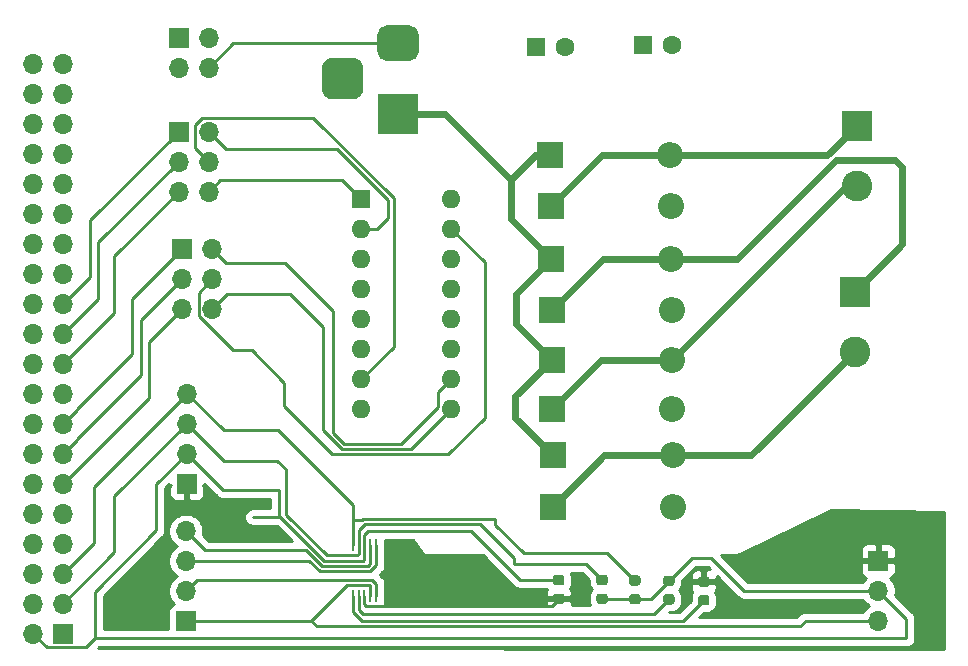
<source format=gbr>
%TF.GenerationSoftware,KiCad,Pcbnew,(5.1.6)-1*%
%TF.CreationDate,2021-05-14T11:39:53+02:00*%
%TF.ProjectId,nano1,6e616e6f-312e-46b6-9963-61645f706362,rev?*%
%TF.SameCoordinates,Original*%
%TF.FileFunction,Copper,L1,Top*%
%TF.FilePolarity,Positive*%
%FSLAX46Y46*%
G04 Gerber Fmt 4.6, Leading zero omitted, Abs format (unit mm)*
G04 Created by KiCad (PCBNEW (5.1.6)-1) date 2021-05-14 11:39:53*
%MOMM*%
%LPD*%
G01*
G04 APERTURE LIST*
%TA.AperFunction,ComponentPad*%
%ADD10O,1.700000X1.700000*%
%TD*%
%TA.AperFunction,ComponentPad*%
%ADD11R,1.700000X1.700000*%
%TD*%
%TA.AperFunction,SMDPad,CuDef*%
%ADD12R,0.250000X1.100000*%
%TD*%
%TA.AperFunction,ComponentPad*%
%ADD13C,2.600000*%
%TD*%
%TA.AperFunction,ComponentPad*%
%ADD14R,2.600000X2.600000*%
%TD*%
%TA.AperFunction,ComponentPad*%
%ADD15R,3.500000X3.500000*%
%TD*%
%TA.AperFunction,ComponentPad*%
%ADD16R,1.600000X1.600000*%
%TD*%
%TA.AperFunction,ComponentPad*%
%ADD17C,1.600000*%
%TD*%
%TA.AperFunction,ComponentPad*%
%ADD18R,2.200000X2.200000*%
%TD*%
%TA.AperFunction,ComponentPad*%
%ADD19O,2.200000X2.200000*%
%TD*%
%TA.AperFunction,ComponentPad*%
%ADD20O,1.600000X1.600000*%
%TD*%
%TA.AperFunction,ViaPad*%
%ADD21C,0.800000*%
%TD*%
%TA.AperFunction,Conductor*%
%ADD22C,0.250000*%
%TD*%
%TA.AperFunction,Conductor*%
%ADD23C,0.600000*%
%TD*%
%TA.AperFunction,Conductor*%
%ADD24C,0.254000*%
%TD*%
G04 APERTURE END LIST*
D10*
%TO.P,J10,4*%
%TO.N,/AIN3*%
X112100360Y-86476840D03*
%TO.P,J10,3*%
%TO.N,/AIN2*%
X112100360Y-89016840D03*
%TO.P,J10,2*%
%TO.N,/AIN1*%
X112100360Y-91556840D03*
D11*
%TO.P,J10,1*%
%TO.N,/AIN0*%
X112100360Y-94096840D03*
%TD*%
D10*
%TO.P,J9,3*%
%TO.N,/AIN0*%
X170703240Y-94066360D03*
%TO.P,J9,2*%
%TO.N,VCC*%
X170703240Y-91526360D03*
D11*
%TO.P,J9,1*%
%TO.N,GND*%
X170703240Y-88986360D03*
%TD*%
D12*
%TO.P,U2,10*%
%TO.N,/SCL*%
X126213360Y-87633920D03*
%TO.P,U2,9*%
%TO.N,/SDA*%
X126713360Y-87633920D03*
%TO.P,U2,8*%
%TO.N,VCC*%
X127213360Y-87633920D03*
%TO.P,U2,7*%
%TO.N,/AIN3*%
X127713360Y-87633920D03*
%TO.P,U2,6*%
%TO.N,/AIN2*%
X128213360Y-87633920D03*
%TO.P,U2,5*%
%TO.N,/AIN1*%
X128213360Y-91933920D03*
%TO.P,U2,4*%
%TO.N,/AIN0*%
X127713360Y-91933920D03*
%TO.P,U2,3*%
%TO.N,GND*%
X127213360Y-91933920D03*
%TO.P,U2,2*%
%TO.N,/ALERT*%
X126713360Y-91933920D03*
%TO.P,U2,1*%
%TO.N,/ADDR*%
X126213360Y-91933920D03*
%TD*%
%TO.P,C3,2*%
%TO.N,GND*%
%TA.AperFunction,SMDPad,CuDef*%
G36*
G01*
X143406150Y-91764600D02*
X143918650Y-91764600D01*
G75*
G02*
X144137400Y-91983350I0J-218750D01*
G01*
X144137400Y-92420850D01*
G75*
G02*
X143918650Y-92639600I-218750J0D01*
G01*
X143406150Y-92639600D01*
G75*
G02*
X143187400Y-92420850I0J218750D01*
G01*
X143187400Y-91983350D01*
G75*
G02*
X143406150Y-91764600I218750J0D01*
G01*
G37*
%TD.AperFunction*%
%TO.P,C3,1*%
%TO.N,VCC*%
%TA.AperFunction,SMDPad,CuDef*%
G36*
G01*
X143406150Y-90189600D02*
X143918650Y-90189600D01*
G75*
G02*
X144137400Y-90408350I0J-218750D01*
G01*
X144137400Y-90845850D01*
G75*
G02*
X143918650Y-91064600I-218750J0D01*
G01*
X143406150Y-91064600D01*
G75*
G02*
X143187400Y-90845850I0J218750D01*
G01*
X143187400Y-90408350D01*
G75*
G02*
X143406150Y-90189600I218750J0D01*
G01*
G37*
%TD.AperFunction*%
%TD*%
%TO.P,R3,2*%
%TO.N,/ADDR*%
%TA.AperFunction,SMDPad,CuDef*%
G36*
G01*
X155684510Y-91901760D02*
X156197010Y-91901760D01*
G75*
G02*
X156415760Y-92120510I0J-218750D01*
G01*
X156415760Y-92558010D01*
G75*
G02*
X156197010Y-92776760I-218750J0D01*
G01*
X155684510Y-92776760D01*
G75*
G02*
X155465760Y-92558010I0J218750D01*
G01*
X155465760Y-92120510D01*
G75*
G02*
X155684510Y-91901760I218750J0D01*
G01*
G37*
%TD.AperFunction*%
%TO.P,R3,1*%
%TO.N,GND*%
%TA.AperFunction,SMDPad,CuDef*%
G36*
G01*
X155684510Y-90326760D02*
X156197010Y-90326760D01*
G75*
G02*
X156415760Y-90545510I0J-218750D01*
G01*
X156415760Y-90983010D01*
G75*
G02*
X156197010Y-91201760I-218750J0D01*
G01*
X155684510Y-91201760D01*
G75*
G02*
X155465760Y-90983010I0J218750D01*
G01*
X155465760Y-90545510D01*
G75*
G02*
X155684510Y-90326760I218750J0D01*
G01*
G37*
%TD.AperFunction*%
%TD*%
%TO.P,R2,2*%
%TO.N,/SDA*%
%TA.AperFunction,SMDPad,CuDef*%
G36*
G01*
X147591490Y-91064600D02*
X147078990Y-91064600D01*
G75*
G02*
X146860240Y-90845850I0J218750D01*
G01*
X146860240Y-90408350D01*
G75*
G02*
X147078990Y-90189600I218750J0D01*
G01*
X147591490Y-90189600D01*
G75*
G02*
X147810240Y-90408350I0J-218750D01*
G01*
X147810240Y-90845850D01*
G75*
G02*
X147591490Y-91064600I-218750J0D01*
G01*
G37*
%TD.AperFunction*%
%TO.P,R2,1*%
%TO.N,VCC*%
%TA.AperFunction,SMDPad,CuDef*%
G36*
G01*
X147591490Y-92639600D02*
X147078990Y-92639600D01*
G75*
G02*
X146860240Y-92420850I0J218750D01*
G01*
X146860240Y-91983350D01*
G75*
G02*
X147078990Y-91764600I218750J0D01*
G01*
X147591490Y-91764600D01*
G75*
G02*
X147810240Y-91983350I0J-218750D01*
G01*
X147810240Y-92420850D01*
G75*
G02*
X147591490Y-92639600I-218750J0D01*
G01*
G37*
%TD.AperFunction*%
%TD*%
%TO.P,R1,2*%
%TO.N,/SCL*%
%TA.AperFunction,SMDPad,CuDef*%
G36*
G01*
X150370250Y-91105240D02*
X149857750Y-91105240D01*
G75*
G02*
X149639000Y-90886490I0J218750D01*
G01*
X149639000Y-90448990D01*
G75*
G02*
X149857750Y-90230240I218750J0D01*
G01*
X150370250Y-90230240D01*
G75*
G02*
X150589000Y-90448990I0J-218750D01*
G01*
X150589000Y-90886490D01*
G75*
G02*
X150370250Y-91105240I-218750J0D01*
G01*
G37*
%TD.AperFunction*%
%TO.P,R1,1*%
%TO.N,VCC*%
%TA.AperFunction,SMDPad,CuDef*%
G36*
G01*
X150370250Y-92680240D02*
X149857750Y-92680240D01*
G75*
G02*
X149639000Y-92461490I0J218750D01*
G01*
X149639000Y-92023990D01*
G75*
G02*
X149857750Y-91805240I218750J0D01*
G01*
X150370250Y-91805240D01*
G75*
G02*
X150589000Y-92023990I0J-218750D01*
G01*
X150589000Y-92461490D01*
G75*
G02*
X150370250Y-92680240I-218750J0D01*
G01*
G37*
%TD.AperFunction*%
%TD*%
%TO.P,R4,2*%
%TO.N,/ALERT*%
%TA.AperFunction,SMDPad,CuDef*%
G36*
G01*
X152738110Y-91825560D02*
X153250610Y-91825560D01*
G75*
G02*
X153469360Y-92044310I0J-218750D01*
G01*
X153469360Y-92481810D01*
G75*
G02*
X153250610Y-92700560I-218750J0D01*
G01*
X152738110Y-92700560D01*
G75*
G02*
X152519360Y-92481810I0J218750D01*
G01*
X152519360Y-92044310D01*
G75*
G02*
X152738110Y-91825560I218750J0D01*
G01*
G37*
%TD.AperFunction*%
%TO.P,R4,1*%
%TO.N,VCC*%
%TA.AperFunction,SMDPad,CuDef*%
G36*
G01*
X152738110Y-90250560D02*
X153250610Y-90250560D01*
G75*
G02*
X153469360Y-90469310I0J-218750D01*
G01*
X153469360Y-90906810D01*
G75*
G02*
X153250610Y-91125560I-218750J0D01*
G01*
X152738110Y-91125560D01*
G75*
G02*
X152519360Y-90906810I0J218750D01*
G01*
X152519360Y-90469310D01*
G75*
G02*
X152738110Y-90250560I218750J0D01*
G01*
G37*
%TD.AperFunction*%
%TD*%
D10*
%TO.P,J3,6*%
%TO.N,Net-(J3-Pad6)*%
X114345720Y-67670680D03*
%TO.P,J3,5*%
%TO.N,Net-(J1-Pad11)*%
X111805720Y-67670680D03*
%TO.P,J3,4*%
%TO.N,Net-(J3-Pad4)*%
X114345720Y-65130680D03*
%TO.P,J3,3*%
%TO.N,Net-(J1-Pad13)*%
X111805720Y-65130680D03*
%TO.P,J3,2*%
%TO.N,Net-(J3-Pad2)*%
X114345720Y-62590680D03*
D11*
%TO.P,J3,1*%
%TO.N,Net-(J1-Pad15)*%
X111805720Y-62590680D03*
%TD*%
D10*
%TO.P,J1,40*%
%TO.N,Net-(J1-Pad40)*%
X99161600Y-46893480D03*
%TO.P,J1,39*%
%TO.N,Net-(J1-Pad39)*%
X101701600Y-46893480D03*
%TO.P,J1,38*%
%TO.N,Net-(J1-Pad38)*%
X99161600Y-49433480D03*
%TO.P,J1,37*%
%TO.N,Net-(J1-Pad37)*%
X101701600Y-49433480D03*
%TO.P,J1,36*%
%TO.N,Net-(J1-Pad36)*%
X99161600Y-51973480D03*
%TO.P,J1,35*%
%TO.N,Net-(J1-Pad35)*%
X101701600Y-51973480D03*
%TO.P,J1,34*%
%TO.N,Net-(J1-Pad34)*%
X99161600Y-54513480D03*
%TO.P,J1,33*%
%TO.N,Net-(J1-Pad33)*%
X101701600Y-54513480D03*
%TO.P,J1,32*%
%TO.N,Net-(J1-Pad32)*%
X99161600Y-57053480D03*
%TO.P,J1,31*%
%TO.N,Net-(J1-Pad31)*%
X101701600Y-57053480D03*
%TO.P,J1,30*%
%TO.N,Net-(J1-Pad30)*%
X99161600Y-59593480D03*
%TO.P,J1,29*%
%TO.N,Net-(J1-Pad29)*%
X101701600Y-59593480D03*
%TO.P,J1,28*%
%TO.N,Net-(J1-Pad28)*%
X99161600Y-62133480D03*
%TO.P,J1,27*%
%TO.N,Net-(J1-Pad27)*%
X101701600Y-62133480D03*
%TO.P,J1,26*%
%TO.N,Net-(J1-Pad26)*%
X99161600Y-64673480D03*
%TO.P,J1,25*%
%TO.N,Net-(J1-Pad25)*%
X101701600Y-64673480D03*
%TO.P,J1,24*%
%TO.N,Net-(J1-Pad24)*%
X99161600Y-67213480D03*
%TO.P,J1,23*%
%TO.N,Net-(J1-Pad23)*%
X101701600Y-67213480D03*
%TO.P,J1,22*%
%TO.N,Net-(J1-Pad22)*%
X99161600Y-69753480D03*
%TO.P,J1,21*%
%TO.N,Net-(J1-Pad21)*%
X101701600Y-69753480D03*
%TO.P,J1,20*%
%TO.N,Net-(J1-Pad20)*%
X99161600Y-72293480D03*
%TO.P,J1,19*%
%TO.N,Net-(J1-Pad19)*%
X101701600Y-72293480D03*
%TO.P,J1,18*%
%TO.N,Net-(J1-Pad18)*%
X99161600Y-74833480D03*
%TO.P,J1,17*%
%TO.N,Net-(J1-Pad17)*%
X101701600Y-74833480D03*
%TO.P,J1,16*%
%TO.N,Net-(J1-Pad16)*%
X99161600Y-77373480D03*
%TO.P,J1,15*%
%TO.N,Net-(J1-Pad15)*%
X101701600Y-77373480D03*
%TO.P,J1,14*%
%TO.N,Net-(J1-Pad14)*%
X99161600Y-79913480D03*
%TO.P,J1,13*%
%TO.N,Net-(J1-Pad13)*%
X101701600Y-79913480D03*
%TO.P,J1,12*%
%TO.N,Net-(J1-Pad12)*%
X99161600Y-82453480D03*
%TO.P,J1,11*%
%TO.N,Net-(J1-Pad11)*%
X101701600Y-82453480D03*
%TO.P,J1,10*%
%TO.N,Net-(J1-Pad10)*%
X99161600Y-84993480D03*
%TO.P,J1,9*%
%TO.N,Net-(J1-Pad9)*%
X101701600Y-84993480D03*
%TO.P,J1,8*%
%TO.N,Net-(J1-Pad8)*%
X99161600Y-87533480D03*
%TO.P,J1,7*%
%TO.N,Net-(J1-Pad7)*%
X101701600Y-87533480D03*
%TO.P,J1,6*%
%TO.N,Net-(J1-Pad6)*%
X99161600Y-90073480D03*
%TO.P,J1,5*%
%TO.N,/SCL*%
X101701600Y-90073480D03*
%TO.P,J1,4*%
%TO.N,Net-(J1-Pad4)*%
X99161600Y-92613480D03*
%TO.P,J1,3*%
%TO.N,/SDA*%
X101701600Y-92613480D03*
%TO.P,J1,2*%
%TO.N,VCC*%
X99161600Y-95153480D03*
D11*
%TO.P,J1,1*%
%TO.N,Net-(J1-Pad1)*%
X101701600Y-95153480D03*
%TD*%
D13*
%TO.P,J7,2*%
%TO.N,Net-(D7-Pad2)*%
X168711880Y-71292720D03*
D14*
%TO.P,J7,1*%
%TO.N,Net-(D3-Pad2)*%
X168711880Y-66212720D03*
%TD*%
D13*
%TO.P,J6,2*%
%TO.N,Net-(D5-Pad2)*%
X168935400Y-57221120D03*
D14*
%TO.P,J6,1*%
%TO.N,Net-(D1-Pad2)*%
X168935400Y-52141120D03*
%TD*%
D10*
%TO.P,J8,4*%
%TO.N,/SCL*%
X112181640Y-74843640D03*
%TO.P,J8,3*%
%TO.N,/SDA*%
X112181640Y-77383640D03*
%TO.P,J8,2*%
%TO.N,VCC*%
X112181640Y-79923640D03*
D11*
%TO.P,J8,1*%
%TO.N,GND*%
X112181640Y-82463640D03*
%TD*%
%TO.P,J5,3*%
%TO.N,N/C*%
%TA.AperFunction,ComponentPad*%
G36*
G01*
X124488240Y-46420840D02*
X126238240Y-46420840D01*
G75*
G02*
X127113240Y-47295840I0J-875000D01*
G01*
X127113240Y-49045840D01*
G75*
G02*
X126238240Y-49920840I-875000J0D01*
G01*
X124488240Y-49920840D01*
G75*
G02*
X123613240Y-49045840I0J875000D01*
G01*
X123613240Y-47295840D01*
G75*
G02*
X124488240Y-46420840I875000J0D01*
G01*
G37*
%TD.AperFunction*%
%TO.P,J5,2*%
%TO.N,GND*%
%TA.AperFunction,ComponentPad*%
G36*
G01*
X129063240Y-43670840D02*
X131063240Y-43670840D01*
G75*
G02*
X131813240Y-44420840I0J-750000D01*
G01*
X131813240Y-45920840D01*
G75*
G02*
X131063240Y-46670840I-750000J0D01*
G01*
X129063240Y-46670840D01*
G75*
G02*
X128313240Y-45920840I0J750000D01*
G01*
X128313240Y-44420840D01*
G75*
G02*
X129063240Y-43670840I750000J0D01*
G01*
G37*
%TD.AperFunction*%
D15*
%TO.P,J5,1*%
%TO.N,Net-(C1-Pad1)*%
X130063240Y-51170840D03*
%TD*%
D16*
%TO.P,C2,1*%
%TO.N,Net-(C2-Pad1)*%
X150779480Y-45354240D03*
D17*
%TO.P,C2,2*%
%TO.N,GND*%
X153279480Y-45354240D03*
%TD*%
D18*
%TO.P,D8,1*%
%TO.N,Net-(D7-Pad2)*%
X143154400Y-84419440D03*
D19*
%TO.P,D8,2*%
%TO.N,GND*%
X153314400Y-84419440D03*
%TD*%
D18*
%TO.P,D7,1*%
%TO.N,Net-(C1-Pad1)*%
X143154400Y-80070960D03*
D19*
%TO.P,D7,2*%
%TO.N,Net-(D7-Pad2)*%
X153314400Y-80070960D03*
%TD*%
D18*
%TO.P,D6,1*%
%TO.N,Net-(D5-Pad2)*%
X143068040Y-76154280D03*
D19*
%TO.P,D6,2*%
%TO.N,GND*%
X153228040Y-76154280D03*
%TD*%
D18*
%TO.P,D5,1*%
%TO.N,Net-(C1-Pad1)*%
X143068040Y-71978520D03*
D19*
%TO.P,D5,2*%
%TO.N,Net-(D5-Pad2)*%
X153228040Y-71978520D03*
%TD*%
D18*
%TO.P,D4,1*%
%TO.N,Net-(D3-Pad2)*%
X143068040Y-67802760D03*
D19*
%TO.P,D4,2*%
%TO.N,GND*%
X153228040Y-67802760D03*
%TD*%
D18*
%TO.P,D3,1*%
%TO.N,Net-(C1-Pad1)*%
X142981680Y-63454280D03*
D19*
%TO.P,D3,2*%
%TO.N,Net-(D3-Pad2)*%
X153141680Y-63454280D03*
%TD*%
D18*
%TO.P,D2,1*%
%TO.N,Net-(D1-Pad2)*%
X143012160Y-58978800D03*
D19*
%TO.P,D2,2*%
%TO.N,GND*%
X153172160Y-58978800D03*
%TD*%
D18*
%TO.P,D1,1*%
%TO.N,Net-(C1-Pad1)*%
X142956280Y-54665880D03*
D19*
%TO.P,D1,2*%
%TO.N,Net-(D1-Pad2)*%
X153116280Y-54665880D03*
%TD*%
D16*
%TO.P,C1,1*%
%TO.N,Net-(C1-Pad1)*%
X141721840Y-45501560D03*
D17*
%TO.P,C1,2*%
%TO.N,GND*%
X144221840Y-45501560D03*
%TD*%
D20*
%TO.P,U1,16*%
%TO.N,Net-(C2-Pad1)*%
X134574280Y-58364120D03*
%TO.P,U1,8*%
%TO.N,Net-(C1-Pad1)*%
X126954280Y-76144120D03*
%TO.P,U1,15*%
%TO.N,Net-(J3-Pad4)*%
X134574280Y-60904120D03*
%TO.P,U1,7*%
%TO.N,Net-(J2-Pad4)*%
X126954280Y-73604120D03*
%TO.P,U1,14*%
%TO.N,Net-(D7-Pad2)*%
X134574280Y-63444120D03*
%TO.P,U1,6*%
%TO.N,Net-(D5-Pad2)*%
X126954280Y-71064120D03*
%TO.P,U1,13*%
%TO.N,GND*%
X134574280Y-65984120D03*
%TO.P,U1,5*%
X126954280Y-68524120D03*
%TO.P,U1,12*%
X134574280Y-68524120D03*
%TO.P,U1,4*%
X126954280Y-65984120D03*
%TO.P,U1,11*%
%TO.N,Net-(D3-Pad2)*%
X134574280Y-71064120D03*
%TO.P,U1,3*%
%TO.N,Net-(D1-Pad2)*%
X126954280Y-63444120D03*
%TO.P,U1,10*%
%TO.N,Net-(J3-Pad2)*%
X134574280Y-73604120D03*
%TO.P,U1,2*%
%TO.N,Net-(J2-Pad2)*%
X126954280Y-60904120D03*
%TO.P,U1,9*%
%TO.N,Net-(J3-Pad6)*%
X134574280Y-76144120D03*
D16*
%TO.P,U1,1*%
%TO.N,Net-(J2-Pad6)*%
X126954280Y-58364120D03*
%TD*%
D10*
%TO.P,J4,4*%
%TO.N,GND*%
X114020600Y-47259240D03*
%TO.P,J4,3*%
%TO.N,Net-(J4-Pad3)*%
X111480600Y-47259240D03*
%TO.P,J4,2*%
%TO.N,Net-(C2-Pad1)*%
X114020600Y-44719240D03*
D11*
%TO.P,J4,1*%
%TO.N,Net-(J1-Pad4)*%
X111480600Y-44719240D03*
%TD*%
D10*
%TO.P,J2,6*%
%TO.N,Net-(J2-Pad6)*%
X114020600Y-57734200D03*
%TO.P,J2,5*%
%TO.N,Net-(J1-Pad19)*%
X111480600Y-57734200D03*
%TO.P,J2,4*%
%TO.N,Net-(J2-Pad4)*%
X114020600Y-55194200D03*
%TO.P,J2,3*%
%TO.N,Net-(J1-Pad21)*%
X111480600Y-55194200D03*
%TO.P,J2,2*%
%TO.N,Net-(J2-Pad2)*%
X114020600Y-52654200D03*
D11*
%TO.P,J2,1*%
%TO.N,Net-(J1-Pad23)*%
X111480600Y-52654200D03*
%TD*%
D21*
%TO.N,GND*%
X116626640Y-86669880D03*
X131582160Y-90678000D03*
X163748720Y-88463120D03*
X157911800Y-92547440D03*
%TD*%
D22*
%TO.N,Net-(J1-Pad23)*%
X101701600Y-67213480D02*
X103626920Y-65288160D01*
X103626920Y-65288160D02*
X103637080Y-65288160D01*
X103637080Y-65288160D02*
X103957120Y-64968120D01*
X103957120Y-60177680D02*
X111480600Y-52654200D01*
X103957120Y-64968120D02*
X103957120Y-60177680D01*
%TO.N,Net-(J1-Pad21)*%
X101701600Y-69753480D02*
X104637840Y-66817240D01*
X104637840Y-62036960D02*
X111480600Y-55194200D01*
X104637840Y-66817240D02*
X104637840Y-62036960D01*
%TO.N,Net-(J1-Pad19)*%
X101701600Y-72293480D02*
X106019600Y-67975480D01*
X106019600Y-63195200D02*
X111480600Y-57734200D01*
X106019600Y-67975480D02*
X106019600Y-63195200D01*
%TO.N,Net-(J1-Pad15)*%
X102876601Y-76198479D02*
X102876601Y-76178159D01*
X101701600Y-77373480D02*
X102876601Y-76198479D01*
X102876601Y-76178159D02*
X107528360Y-71526400D01*
X107528360Y-66868040D02*
X111805720Y-62590680D01*
X107528360Y-71526400D02*
X107528360Y-66868040D01*
%TO.N,Net-(J1-Pad13)*%
X102876601Y-78738479D02*
X102876601Y-78707999D01*
X101701600Y-79913480D02*
X102876601Y-78738479D01*
X102876601Y-78707999D02*
X108290360Y-73294240D01*
X108290360Y-68646040D02*
X111805720Y-65130680D01*
X108290360Y-73294240D02*
X108290360Y-68646040D01*
%TO.N,Net-(J1-Pad11)*%
X101701600Y-82453480D02*
X108966000Y-75189080D01*
X108966000Y-70510400D02*
X111805720Y-67670680D01*
X108966000Y-75189080D02*
X108966000Y-70510400D01*
%TO.N,Net-(J2-Pad6)*%
X125352881Y-56762721D02*
X126954280Y-58364120D01*
X114992079Y-56762721D02*
X125352881Y-56762721D01*
X114020600Y-57734200D02*
X114992079Y-56762721D01*
%TO.N,Net-(J2-Pad4)*%
X129675050Y-70883350D02*
X126954280Y-73604120D01*
X122890771Y-51479199D02*
X129675050Y-58263478D01*
X113456599Y-51479199D02*
X122890771Y-51479199D01*
X112845599Y-52090199D02*
X113456599Y-51479199D01*
X129675050Y-58263478D02*
X129675050Y-70883350D01*
X112845599Y-54019199D02*
X112845599Y-52090199D01*
X114020600Y-55194200D02*
X112845599Y-54019199D01*
%TO.N,Net-(J2-Pad2)*%
X124887903Y-54112741D02*
X129225040Y-58449878D01*
X114020600Y-52654200D02*
X115479141Y-54112741D01*
X115479141Y-54112741D02*
X124887903Y-54112741D01*
X129225040Y-58449878D02*
X129225040Y-59994800D01*
X128315720Y-60904120D02*
X126954280Y-60904120D01*
X129225040Y-59994800D02*
X128315720Y-60904120D01*
%TO.N,Net-(J3-Pad6)*%
X120938004Y-66424881D02*
X123687840Y-69174717D01*
X114345720Y-67670680D02*
X115591519Y-66424881D01*
X115591519Y-66424881D02*
X120938004Y-66424881D01*
X131193110Y-79525290D02*
X134574280Y-76144120D01*
X125279440Y-79525290D02*
X131193110Y-79525290D01*
X123687840Y-77933690D02*
X125279440Y-79525290D01*
X123687840Y-69174717D02*
X123687840Y-77933690D01*
%TO.N,Net-(J3-Pad4)*%
X113170719Y-68234681D02*
X116086518Y-71150480D01*
X114345720Y-65130680D02*
X113170719Y-66305681D01*
X113170719Y-66305681D02*
X113170719Y-68234681D01*
X116086518Y-71150480D02*
X117652399Y-71150480D01*
X120417061Y-73915142D02*
X120417061Y-75926421D01*
X117652399Y-71150480D02*
X120417061Y-73915142D01*
X124465940Y-79975300D02*
X134273700Y-79975300D01*
X120417061Y-75926421D02*
X124465940Y-79975300D01*
X134273700Y-79975300D02*
X137383520Y-76865480D01*
X137383520Y-63713360D02*
X134574280Y-60904120D01*
X137383520Y-76865480D02*
X137383520Y-63713360D01*
%TO.N,Net-(J3-Pad2)*%
X120516596Y-63774901D02*
X124546360Y-67804665D01*
X114345720Y-62590680D02*
X115529941Y-63774901D01*
X115529941Y-63774901D02*
X120516596Y-63774901D01*
X124546360Y-67804665D02*
X124546360Y-77231240D01*
X124584241Y-77269121D02*
X124584241Y-78193681D01*
X124546360Y-77231240D02*
X124584241Y-77269121D01*
X124584241Y-78193681D02*
X125465840Y-79075280D01*
X133449279Y-74729121D02*
X134574280Y-73604120D01*
X133449279Y-75943241D02*
X133449279Y-74729121D01*
X130317240Y-79075280D02*
X133449279Y-75943241D01*
X125465840Y-79075280D02*
X130317240Y-79075280D01*
%TO.N,GND*%
X114424679Y-47663319D02*
X114020600Y-47259240D01*
X127213360Y-92693922D02*
X127328359Y-92808921D01*
X143055579Y-92808921D02*
X143662400Y-92202100D01*
X127328359Y-92808921D02*
X143055579Y-92808921D01*
X127213360Y-91933920D02*
X127213360Y-92693922D01*
X116109000Y-45170840D02*
X130063240Y-45170840D01*
X114020600Y-47259240D02*
X116109000Y-45170840D01*
%TO.N,Net-(C1-Pad1)*%
X141391120Y-45170840D02*
X141721840Y-45501560D01*
D23*
X142956280Y-54665880D02*
X141691360Y-54665880D01*
X141691360Y-54665880D02*
X139618720Y-56738520D01*
X139618720Y-60091320D02*
X142981680Y-63454280D01*
X139618720Y-56738520D02*
X139618720Y-60091320D01*
X142981680Y-63454280D02*
X140035280Y-66400680D01*
X140035280Y-68945760D02*
X143068040Y-71978520D01*
X140035280Y-66400680D02*
X140035280Y-68945760D01*
X143068040Y-71978520D02*
X139999720Y-75046840D01*
X139999720Y-76916280D02*
X143154400Y-80070960D01*
X139999720Y-75046840D02*
X139999720Y-76916280D01*
X134051040Y-51170840D02*
X139618720Y-56738520D01*
X130063240Y-51170840D02*
X134051040Y-51170840D01*
%TO.N,Net-(D1-Pad2)*%
X147325080Y-54665880D02*
X143012160Y-58978800D01*
X153116280Y-54665880D02*
X147325080Y-54665880D01*
X166410640Y-54665880D02*
X168935400Y-52141120D01*
X153116280Y-54665880D02*
X166410640Y-54665880D01*
%TO.N,Net-(D3-Pad2)*%
X147416520Y-63454280D02*
X143068040Y-67802760D01*
X153141680Y-63454280D02*
X147416520Y-63454280D01*
X172725080Y-62199520D02*
X168711880Y-66212720D01*
X158753624Y-63454280D02*
X167120384Y-55087520D01*
X172725080Y-55661560D02*
X172725080Y-62199520D01*
X153141680Y-63454280D02*
X158753624Y-63454280D01*
X167120384Y-55087520D02*
X172151040Y-55087520D01*
X172151040Y-55087520D02*
X172725080Y-55661560D01*
D22*
%TO.N,Net-(D5-Pad2)*%
X168065440Y-57141120D02*
X168935400Y-57141120D01*
D23*
X147243800Y-71978520D02*
X143068040Y-76154280D01*
X153228040Y-71978520D02*
X147243800Y-71978520D01*
X167985440Y-57221120D02*
X168935400Y-57221120D01*
X153228040Y-71978520D02*
X167985440Y-57221120D01*
%TO.N,Net-(D7-Pad2)*%
X147502880Y-80070960D02*
X143154400Y-84419440D01*
X153314400Y-80070960D02*
X147502880Y-80070960D01*
X159933640Y-80070960D02*
X168711880Y-71292720D01*
X153314400Y-80070960D02*
X159933640Y-80070960D01*
D22*
%TO.N,VCC*%
X99161600Y-95153480D02*
X99700080Y-95691960D01*
X150073360Y-92202100D02*
X150114000Y-92242740D01*
X147335240Y-92202100D02*
X150073360Y-92202100D01*
X151439680Y-92242740D02*
X152994360Y-90688060D01*
X150114000Y-92242740D02*
X151439680Y-92242740D01*
X170703240Y-91526360D02*
X159349440Y-91526360D01*
X159349440Y-91526360D02*
X156575760Y-88752680D01*
X154929740Y-88752680D02*
X152994360Y-90688060D01*
X156575760Y-88752680D02*
X154929740Y-88752680D01*
X119996271Y-83022621D02*
X115280621Y-83022621D01*
X127213360Y-87633920D02*
X127213360Y-88905080D01*
X127213360Y-88905080D02*
X127129968Y-88988472D01*
X127129968Y-88988472D02*
X123804532Y-88988472D01*
X115280621Y-83022621D02*
X112181640Y-79923640D01*
X123804532Y-88988472D02*
X119996271Y-85180211D01*
X119996271Y-85180211D02*
X119996271Y-83022621D01*
X100336601Y-96328481D02*
X99161600Y-95153480D01*
X103614241Y-96328481D02*
X100336601Y-96328481D01*
X170703240Y-91526360D02*
X173085760Y-93908880D01*
X173085760Y-93908880D02*
X173085760Y-95554800D01*
X104387922Y-95554800D02*
X103614241Y-96328481D01*
X173085760Y-95554800D02*
X104387922Y-95554800D01*
X119878302Y-85298180D02*
X119996271Y-85180211D01*
X117779800Y-85298180D02*
X119878302Y-85298180D01*
X104387922Y-95554800D02*
X104387922Y-91628958D01*
X104387922Y-91628958D02*
X109595920Y-86420960D01*
X109595920Y-82509360D02*
X112181640Y-79923640D01*
X109595920Y-86420960D02*
X109595920Y-82509360D01*
X127213360Y-87633920D02*
X127213360Y-86776560D01*
X127213360Y-86776560D02*
X127513080Y-86476840D01*
X127513080Y-86476840D02*
X136245600Y-86476840D01*
X140395860Y-90627100D02*
X143662400Y-90627100D01*
X136245600Y-86476840D02*
X140395860Y-90627100D01*
%TO.N,/SCL*%
X127121920Y-85455760D02*
X138304230Y-85455760D01*
X126213360Y-87633920D02*
X126213360Y-86697510D01*
X147777300Y-88331040D02*
X150114000Y-90667740D01*
X140705840Y-88331040D02*
X147777300Y-88331040D01*
X119862382Y-77960464D02*
X126213360Y-84311442D01*
X115298464Y-77960464D02*
X119862382Y-77960464D01*
X112181640Y-74843640D02*
X115298464Y-77960464D01*
X101701600Y-90073480D02*
X104312720Y-87462360D01*
X104312720Y-82712560D02*
X112181640Y-74843640D01*
X104312720Y-87462360D02*
X104312720Y-82712560D01*
X127066920Y-85422310D02*
X127121920Y-85422310D01*
X126986990Y-85502240D02*
X127066920Y-85422310D01*
X126213360Y-85502240D02*
X126213360Y-86697510D01*
X126213360Y-85502240D02*
X126986990Y-85502240D01*
X126213360Y-84311442D02*
X126213360Y-85502240D01*
X138304230Y-85929430D02*
X140705840Y-88331040D01*
X138304230Y-85455760D02*
X138304230Y-85929430D01*
%TO.N,/SDA*%
X127253320Y-85872320D02*
X136951720Y-85872320D01*
X145938340Y-89230200D02*
X147335240Y-90627100D01*
X139857480Y-89230200D02*
X145938340Y-89230200D01*
X126598361Y-88508921D02*
X124023201Y-88508921D01*
X126713360Y-87633920D02*
X126713360Y-88393922D01*
X126713360Y-88393922D02*
X126598361Y-88508921D01*
X124023201Y-88508921D02*
X120594120Y-85079840D01*
X115308464Y-80510464D02*
X112181640Y-77383640D01*
X119844473Y-80510464D02*
X115308464Y-80510464D01*
X120594120Y-81260111D02*
X119844473Y-80510464D01*
X120594120Y-85079840D02*
X120594120Y-81260111D01*
X101701600Y-92613480D02*
X106050080Y-88265000D01*
X106050080Y-83515200D02*
X112181640Y-77383640D01*
X106050080Y-88265000D02*
X106050080Y-83515200D01*
X127219870Y-85905770D02*
X127253320Y-85905770D01*
X126713360Y-86412280D02*
X127219870Y-85905770D01*
X126713360Y-87633920D02*
X126713360Y-86412280D01*
X136985170Y-85905770D02*
X136951720Y-85905770D01*
X139857480Y-89230200D02*
X139857480Y-88778080D01*
X139857480Y-88778080D02*
X136985170Y-85905770D01*
%TO.N,/ALERT*%
X126713360Y-91933920D02*
X126713360Y-93119320D01*
X126713360Y-93119320D02*
X127081280Y-93487240D01*
X151770180Y-93487240D02*
X152994360Y-92263060D01*
X127081280Y-93487240D02*
X151770180Y-93487240D01*
%TO.N,/ADDR*%
X126213360Y-91933920D02*
X126213360Y-93305120D01*
X126213360Y-93305120D02*
X127010160Y-94101920D01*
X154178100Y-94101920D02*
X155940760Y-92339260D01*
X127010160Y-94101920D02*
X154178100Y-94101920D01*
%TO.N,/AIN0*%
X112100360Y-94096840D02*
X122717560Y-94096840D01*
X127698359Y-91058919D02*
X127713360Y-91073920D01*
X125755481Y-91058919D02*
X127698359Y-91058919D01*
X127713360Y-91073920D02*
X127713360Y-91933920D01*
X122717560Y-94096840D02*
X125755481Y-91058919D01*
X170703240Y-94066360D02*
X164576760Y-94066360D01*
X123172650Y-94551930D02*
X122717560Y-94096840D01*
X164091190Y-94551930D02*
X123172650Y-94551930D01*
X164576760Y-94066360D02*
X164091190Y-94551930D01*
%TO.N,/AIN1*%
X128213360Y-90937510D02*
X128213360Y-91933920D01*
X113048290Y-90608910D02*
X127884760Y-90608910D01*
X127884760Y-90608910D02*
X128213360Y-90937510D01*
X112100360Y-91556840D02*
X113048290Y-90608910D01*
%TO.N,/AIN2*%
X128213360Y-88530332D02*
X128213360Y-87633920D01*
X112100360Y-89016840D02*
X122560080Y-89016840D01*
X122560080Y-89016840D02*
X123431730Y-89888490D01*
X127699481Y-89888489D02*
X128213360Y-89374610D01*
X123431730Y-89888490D02*
X127699481Y-89888489D01*
X128213360Y-89374610D02*
X128213360Y-88530332D01*
%TO.N,/AIN3*%
X122287170Y-88107520D02*
X113731040Y-88107520D01*
X113731040Y-88107520D02*
X112100360Y-86476840D01*
X123618131Y-89438481D02*
X122287170Y-88107520D01*
X127721360Y-87641920D02*
X127721360Y-89230200D01*
X127721360Y-89230200D02*
X127513080Y-89438480D01*
X127713360Y-87633920D02*
X127721360Y-87641920D01*
X127513080Y-89438480D02*
X123618131Y-89438481D01*
%TO.N,Net-(J4-Pad3)*%
X111114840Y-46893480D02*
X111480600Y-47259240D01*
%TD*%
D24*
%TO.N,GND*%
G36*
X176280443Y-84853310D02*
G01*
X176271814Y-96431774D01*
X174003400Y-96423992D01*
X174002449Y-96423898D01*
X173971122Y-96423881D01*
X173939526Y-96423773D01*
X173938567Y-96423864D01*
X104630394Y-96387129D01*
X104702724Y-96314800D01*
X173048427Y-96314800D01*
X173085760Y-96318477D01*
X173234746Y-96303803D01*
X173378007Y-96260346D01*
X173510036Y-96189774D01*
X173625761Y-96094801D01*
X173720734Y-95979076D01*
X173791306Y-95847047D01*
X173834763Y-95703786D01*
X173845760Y-95592133D01*
X173845760Y-95592132D01*
X173849437Y-95554800D01*
X173845760Y-95517467D01*
X173845760Y-93946202D01*
X173849436Y-93908879D01*
X173845760Y-93871556D01*
X173845760Y-93871547D01*
X173834763Y-93759894D01*
X173791306Y-93616633D01*
X173781008Y-93597367D01*
X173720734Y-93484603D01*
X173649559Y-93397877D01*
X173625761Y-93368879D01*
X173596764Y-93345082D01*
X172144449Y-91892768D01*
X172188240Y-91672620D01*
X172188240Y-91380100D01*
X172131172Y-91093202D01*
X172019230Y-90822949D01*
X171856715Y-90579728D01*
X171724860Y-90447873D01*
X171797420Y-90425862D01*
X171907734Y-90366897D01*
X172004425Y-90287545D01*
X172083777Y-90190854D01*
X172142742Y-90080540D01*
X172179052Y-89960842D01*
X172191312Y-89836360D01*
X172188240Y-89272110D01*
X172029490Y-89113360D01*
X170830240Y-89113360D01*
X170830240Y-89133360D01*
X170576240Y-89133360D01*
X170576240Y-89113360D01*
X169376990Y-89113360D01*
X169218240Y-89272110D01*
X169215168Y-89836360D01*
X169227428Y-89960842D01*
X169263738Y-90080540D01*
X169322703Y-90190854D01*
X169402055Y-90287545D01*
X169498746Y-90366897D01*
X169609060Y-90425862D01*
X169681620Y-90447873D01*
X169549765Y-90579728D01*
X169425062Y-90766360D01*
X159664242Y-90766360D01*
X157436482Y-88538601D01*
X158678807Y-88539320D01*
X158703584Y-88536894D01*
X158733564Y-88526944D01*
X159552278Y-88136360D01*
X169215168Y-88136360D01*
X169218240Y-88700610D01*
X169376990Y-88859360D01*
X170576240Y-88859360D01*
X170576240Y-87660110D01*
X170830240Y-87660110D01*
X170830240Y-88859360D01*
X172029490Y-88859360D01*
X172188240Y-88700610D01*
X172191312Y-88136360D01*
X172179052Y-88011878D01*
X172142742Y-87892180D01*
X172083777Y-87781866D01*
X172004425Y-87685175D01*
X171907734Y-87605823D01*
X171797420Y-87546858D01*
X171677722Y-87510548D01*
X171553240Y-87498288D01*
X170988990Y-87501360D01*
X170830240Y-87660110D01*
X170576240Y-87660110D01*
X170417490Y-87501360D01*
X169853240Y-87498288D01*
X169728758Y-87510548D01*
X169609060Y-87546858D01*
X169498746Y-87605823D01*
X169402055Y-87685175D01*
X169322703Y-87781866D01*
X169263738Y-87892180D01*
X169227428Y-88011878D01*
X169215168Y-88136360D01*
X159552278Y-88136360D01*
X166682478Y-84734755D01*
X176280443Y-84853310D01*
G37*
X176280443Y-84853310D02*
X176271814Y-96431774D01*
X174003400Y-96423992D01*
X174002449Y-96423898D01*
X173971122Y-96423881D01*
X173939526Y-96423773D01*
X173938567Y-96423864D01*
X104630394Y-96387129D01*
X104702724Y-96314800D01*
X173048427Y-96314800D01*
X173085760Y-96318477D01*
X173234746Y-96303803D01*
X173378007Y-96260346D01*
X173510036Y-96189774D01*
X173625761Y-96094801D01*
X173720734Y-95979076D01*
X173791306Y-95847047D01*
X173834763Y-95703786D01*
X173845760Y-95592133D01*
X173845760Y-95592132D01*
X173849437Y-95554800D01*
X173845760Y-95517467D01*
X173845760Y-93946202D01*
X173849436Y-93908879D01*
X173845760Y-93871556D01*
X173845760Y-93871547D01*
X173834763Y-93759894D01*
X173791306Y-93616633D01*
X173781008Y-93597367D01*
X173720734Y-93484603D01*
X173649559Y-93397877D01*
X173625761Y-93368879D01*
X173596764Y-93345082D01*
X172144449Y-91892768D01*
X172188240Y-91672620D01*
X172188240Y-91380100D01*
X172131172Y-91093202D01*
X172019230Y-90822949D01*
X171856715Y-90579728D01*
X171724860Y-90447873D01*
X171797420Y-90425862D01*
X171907734Y-90366897D01*
X172004425Y-90287545D01*
X172083777Y-90190854D01*
X172142742Y-90080540D01*
X172179052Y-89960842D01*
X172191312Y-89836360D01*
X172188240Y-89272110D01*
X172029490Y-89113360D01*
X170830240Y-89113360D01*
X170830240Y-89133360D01*
X170576240Y-89133360D01*
X170576240Y-89113360D01*
X169376990Y-89113360D01*
X169218240Y-89272110D01*
X169215168Y-89836360D01*
X169227428Y-89960842D01*
X169263738Y-90080540D01*
X169322703Y-90190854D01*
X169402055Y-90287545D01*
X169498746Y-90366897D01*
X169609060Y-90425862D01*
X169681620Y-90447873D01*
X169549765Y-90579728D01*
X169425062Y-90766360D01*
X159664242Y-90766360D01*
X157436482Y-88538601D01*
X158678807Y-88539320D01*
X158703584Y-88536894D01*
X158733564Y-88526944D01*
X159552278Y-88136360D01*
X169215168Y-88136360D01*
X169218240Y-88700610D01*
X169376990Y-88859360D01*
X170576240Y-88859360D01*
X170576240Y-87660110D01*
X170830240Y-87660110D01*
X170830240Y-88859360D01*
X172029490Y-88859360D01*
X172188240Y-88700610D01*
X172191312Y-88136360D01*
X172179052Y-88011878D01*
X172142742Y-87892180D01*
X172083777Y-87781866D01*
X172004425Y-87685175D01*
X171907734Y-87605823D01*
X171797420Y-87546858D01*
X171677722Y-87510548D01*
X171553240Y-87498288D01*
X170988990Y-87501360D01*
X170830240Y-87660110D01*
X170576240Y-87660110D01*
X170417490Y-87501360D01*
X169853240Y-87498288D01*
X169728758Y-87510548D01*
X169609060Y-87546858D01*
X169498746Y-87605823D01*
X169402055Y-87685175D01*
X169322703Y-87781866D01*
X169263738Y-87892180D01*
X169227428Y-88011878D01*
X169215168Y-88136360D01*
X159552278Y-88136360D01*
X166682478Y-84734755D01*
X176280443Y-84853310D01*
G36*
X112308640Y-82336640D02*
G01*
X112328640Y-82336640D01*
X112328640Y-82590640D01*
X112308640Y-82590640D01*
X112308640Y-83789890D01*
X112467390Y-83948640D01*
X113031640Y-83951712D01*
X113156122Y-83939452D01*
X113275820Y-83903142D01*
X113386134Y-83844177D01*
X113482825Y-83764825D01*
X113562177Y-83668134D01*
X113621142Y-83557820D01*
X113657452Y-83438122D01*
X113669712Y-83313640D01*
X113666640Y-82749390D01*
X113507892Y-82590642D01*
X113666640Y-82590642D01*
X113666640Y-82483442D01*
X114716822Y-83533624D01*
X114740620Y-83562622D01*
X114769618Y-83586420D01*
X114856344Y-83657595D01*
X114891653Y-83676468D01*
X114988374Y-83728167D01*
X115131635Y-83771624D01*
X115243288Y-83782621D01*
X115243298Y-83782621D01*
X115280621Y-83786297D01*
X115317944Y-83782621D01*
X119236272Y-83782621D01*
X119236271Y-84538180D01*
X117742467Y-84538180D01*
X117630814Y-84549177D01*
X117487553Y-84592634D01*
X117355524Y-84663206D01*
X117239799Y-84758179D01*
X117144826Y-84873904D01*
X117074254Y-85005933D01*
X117030797Y-85149194D01*
X117016123Y-85298180D01*
X117030797Y-85447166D01*
X117074254Y-85590427D01*
X117144826Y-85722456D01*
X117239799Y-85838181D01*
X117355524Y-85933154D01*
X117487553Y-86003726D01*
X117630814Y-86047183D01*
X117742467Y-86058180D01*
X119799439Y-86058180D01*
X121088779Y-87347520D01*
X114045842Y-87347520D01*
X113541570Y-86843248D01*
X113585360Y-86623100D01*
X113585360Y-86330580D01*
X113528292Y-86043682D01*
X113416350Y-85773429D01*
X113253835Y-85530208D01*
X113046992Y-85323365D01*
X112803771Y-85160850D01*
X112533518Y-85048908D01*
X112246620Y-84991840D01*
X111954100Y-84991840D01*
X111667202Y-85048908D01*
X111396949Y-85160850D01*
X111153728Y-85323365D01*
X110946885Y-85530208D01*
X110784370Y-85773429D01*
X110672428Y-86043682D01*
X110615360Y-86330580D01*
X110615360Y-86623100D01*
X110672428Y-86909998D01*
X110784370Y-87180251D01*
X110946885Y-87423472D01*
X111153728Y-87630315D01*
X111328120Y-87746840D01*
X111153728Y-87863365D01*
X110946885Y-88070208D01*
X110784370Y-88313429D01*
X110672428Y-88583682D01*
X110615360Y-88870580D01*
X110615360Y-89163100D01*
X110672428Y-89449998D01*
X110784370Y-89720251D01*
X110946885Y-89963472D01*
X111153728Y-90170315D01*
X111328120Y-90286840D01*
X111153728Y-90403365D01*
X110946885Y-90610208D01*
X110784370Y-90853429D01*
X110672428Y-91123682D01*
X110615360Y-91410580D01*
X110615360Y-91703100D01*
X110672428Y-91989998D01*
X110784370Y-92260251D01*
X110946885Y-92503472D01*
X111078740Y-92635327D01*
X111006180Y-92657338D01*
X110895866Y-92716303D01*
X110799175Y-92795655D01*
X110719823Y-92892346D01*
X110660858Y-93002660D01*
X110624548Y-93122358D01*
X110612288Y-93246840D01*
X110612288Y-94794800D01*
X105147922Y-94794800D01*
X105147922Y-91943759D01*
X110106929Y-86984754D01*
X110135921Y-86960961D01*
X110159715Y-86931968D01*
X110159719Y-86931964D01*
X110230893Y-86845237D01*
X110230894Y-86845236D01*
X110301466Y-86713207D01*
X110344923Y-86569946D01*
X110355920Y-86458293D01*
X110355920Y-86458284D01*
X110359596Y-86420961D01*
X110355920Y-86383638D01*
X110355920Y-82824161D01*
X110696640Y-82483442D01*
X110696640Y-82590642D01*
X110855388Y-82590642D01*
X110696640Y-82749390D01*
X110693568Y-83313640D01*
X110705828Y-83438122D01*
X110742138Y-83557820D01*
X110801103Y-83668134D01*
X110880455Y-83764825D01*
X110977146Y-83844177D01*
X111087460Y-83903142D01*
X111207158Y-83939452D01*
X111331640Y-83951712D01*
X111895890Y-83948640D01*
X112054640Y-83789890D01*
X112054640Y-82590640D01*
X112034640Y-82590640D01*
X112034640Y-82336640D01*
X112054640Y-82336640D01*
X112054640Y-82316640D01*
X112308640Y-82316640D01*
X112308640Y-82336640D01*
G37*
X112308640Y-82336640D02*
X112328640Y-82336640D01*
X112328640Y-82590640D01*
X112308640Y-82590640D01*
X112308640Y-83789890D01*
X112467390Y-83948640D01*
X113031640Y-83951712D01*
X113156122Y-83939452D01*
X113275820Y-83903142D01*
X113386134Y-83844177D01*
X113482825Y-83764825D01*
X113562177Y-83668134D01*
X113621142Y-83557820D01*
X113657452Y-83438122D01*
X113669712Y-83313640D01*
X113666640Y-82749390D01*
X113507892Y-82590642D01*
X113666640Y-82590642D01*
X113666640Y-82483442D01*
X114716822Y-83533624D01*
X114740620Y-83562622D01*
X114769618Y-83586420D01*
X114856344Y-83657595D01*
X114891653Y-83676468D01*
X114988374Y-83728167D01*
X115131635Y-83771624D01*
X115243288Y-83782621D01*
X115243298Y-83782621D01*
X115280621Y-83786297D01*
X115317944Y-83782621D01*
X119236272Y-83782621D01*
X119236271Y-84538180D01*
X117742467Y-84538180D01*
X117630814Y-84549177D01*
X117487553Y-84592634D01*
X117355524Y-84663206D01*
X117239799Y-84758179D01*
X117144826Y-84873904D01*
X117074254Y-85005933D01*
X117030797Y-85149194D01*
X117016123Y-85298180D01*
X117030797Y-85447166D01*
X117074254Y-85590427D01*
X117144826Y-85722456D01*
X117239799Y-85838181D01*
X117355524Y-85933154D01*
X117487553Y-86003726D01*
X117630814Y-86047183D01*
X117742467Y-86058180D01*
X119799439Y-86058180D01*
X121088779Y-87347520D01*
X114045842Y-87347520D01*
X113541570Y-86843248D01*
X113585360Y-86623100D01*
X113585360Y-86330580D01*
X113528292Y-86043682D01*
X113416350Y-85773429D01*
X113253835Y-85530208D01*
X113046992Y-85323365D01*
X112803771Y-85160850D01*
X112533518Y-85048908D01*
X112246620Y-84991840D01*
X111954100Y-84991840D01*
X111667202Y-85048908D01*
X111396949Y-85160850D01*
X111153728Y-85323365D01*
X110946885Y-85530208D01*
X110784370Y-85773429D01*
X110672428Y-86043682D01*
X110615360Y-86330580D01*
X110615360Y-86623100D01*
X110672428Y-86909998D01*
X110784370Y-87180251D01*
X110946885Y-87423472D01*
X111153728Y-87630315D01*
X111328120Y-87746840D01*
X111153728Y-87863365D01*
X110946885Y-88070208D01*
X110784370Y-88313429D01*
X110672428Y-88583682D01*
X110615360Y-88870580D01*
X110615360Y-89163100D01*
X110672428Y-89449998D01*
X110784370Y-89720251D01*
X110946885Y-89963472D01*
X111153728Y-90170315D01*
X111328120Y-90286840D01*
X111153728Y-90403365D01*
X110946885Y-90610208D01*
X110784370Y-90853429D01*
X110672428Y-91123682D01*
X110615360Y-91410580D01*
X110615360Y-91703100D01*
X110672428Y-91989998D01*
X110784370Y-92260251D01*
X110946885Y-92503472D01*
X111078740Y-92635327D01*
X111006180Y-92657338D01*
X110895866Y-92716303D01*
X110799175Y-92795655D01*
X110719823Y-92892346D01*
X110660858Y-93002660D01*
X110624548Y-93122358D01*
X110612288Y-93246840D01*
X110612288Y-94794800D01*
X105147922Y-94794800D01*
X105147922Y-91943759D01*
X110106929Y-86984754D01*
X110135921Y-86960961D01*
X110159715Y-86931968D01*
X110159719Y-86931964D01*
X110230893Y-86845237D01*
X110230894Y-86845236D01*
X110301466Y-86713207D01*
X110344923Y-86569946D01*
X110355920Y-86458293D01*
X110355920Y-86458284D01*
X110359596Y-86420961D01*
X110355920Y-86383638D01*
X110355920Y-82824161D01*
X110696640Y-82483442D01*
X110696640Y-82590642D01*
X110855388Y-82590642D01*
X110696640Y-82749390D01*
X110693568Y-83313640D01*
X110705828Y-83438122D01*
X110742138Y-83557820D01*
X110801103Y-83668134D01*
X110880455Y-83764825D01*
X110977146Y-83844177D01*
X111087460Y-83903142D01*
X111207158Y-83939452D01*
X111331640Y-83951712D01*
X111895890Y-83948640D01*
X112054640Y-83789890D01*
X112054640Y-82590640D01*
X112034640Y-82590640D01*
X112034640Y-82336640D01*
X112054640Y-82336640D01*
X112054640Y-82316640D01*
X112308640Y-82316640D01*
X112308640Y-82336640D01*
G36*
X156439284Y-89691005D02*
G01*
X156415760Y-89688688D01*
X156226510Y-89691760D01*
X156067760Y-89850510D01*
X156067760Y-90637260D01*
X156892010Y-90637260D01*
X157050760Y-90478510D01*
X157053832Y-90326760D01*
X157051515Y-90303237D01*
X158785640Y-92037362D01*
X158809439Y-92066361D01*
X158838437Y-92090159D01*
X158925163Y-92161334D01*
X159034301Y-92219670D01*
X159057193Y-92231906D01*
X159200454Y-92275363D01*
X159312107Y-92286360D01*
X159312117Y-92286360D01*
X159349440Y-92290036D01*
X159386763Y-92286360D01*
X169425062Y-92286360D01*
X169549765Y-92472992D01*
X169756608Y-92679835D01*
X169931000Y-92796360D01*
X169756608Y-92912885D01*
X169549765Y-93119728D01*
X169425062Y-93306360D01*
X164614085Y-93306360D01*
X164576760Y-93302684D01*
X164539435Y-93306360D01*
X164539427Y-93306360D01*
X164427774Y-93317357D01*
X164284513Y-93360814D01*
X164152484Y-93431386D01*
X164036759Y-93526359D01*
X164012956Y-93555363D01*
X163776389Y-93791930D01*
X155562891Y-93791930D01*
X155939990Y-93414832D01*
X156197010Y-93414832D01*
X156364168Y-93398368D01*
X156524902Y-93349610D01*
X156673035Y-93270431D01*
X156802875Y-93163875D01*
X156909431Y-93034035D01*
X156988610Y-92885902D01*
X157037368Y-92725168D01*
X157053832Y-92558010D01*
X157053832Y-92120510D01*
X157037368Y-91953352D01*
X156988610Y-91792618D01*
X156909431Y-91644485D01*
X156891660Y-91622830D01*
X156946297Y-91556254D01*
X157005262Y-91445940D01*
X157041572Y-91326242D01*
X157053832Y-91201760D01*
X157050760Y-91050010D01*
X156892010Y-90891260D01*
X156067760Y-90891260D01*
X156067760Y-90911260D01*
X155813760Y-90911260D01*
X155813760Y-90891260D01*
X154989510Y-90891260D01*
X154830760Y-91050010D01*
X154827688Y-91201760D01*
X154839948Y-91326242D01*
X154876258Y-91445940D01*
X154935223Y-91556254D01*
X154989860Y-91622830D01*
X154972089Y-91644485D01*
X154892910Y-91792618D01*
X154844152Y-91953352D01*
X154827688Y-92120510D01*
X154827688Y-92377530D01*
X153863299Y-93341920D01*
X152990302Y-93341920D01*
X152993590Y-93338632D01*
X153250610Y-93338632D01*
X153417768Y-93322168D01*
X153578502Y-93273410D01*
X153726635Y-93194231D01*
X153856475Y-93087675D01*
X153963031Y-92957835D01*
X154042210Y-92809702D01*
X154090968Y-92648968D01*
X154107432Y-92481810D01*
X154107432Y-92044310D01*
X154090968Y-91877152D01*
X154042210Y-91716418D01*
X153963031Y-91568285D01*
X153886934Y-91475560D01*
X153963031Y-91382835D01*
X154042210Y-91234702D01*
X154090968Y-91073968D01*
X154107432Y-90906810D01*
X154107432Y-90649789D01*
X154430461Y-90326760D01*
X154827688Y-90326760D01*
X154830760Y-90478510D01*
X154989510Y-90637260D01*
X155813760Y-90637260D01*
X155813760Y-89850510D01*
X155655010Y-89691760D01*
X155465760Y-89688688D01*
X155341278Y-89700948D01*
X155221580Y-89737258D01*
X155111266Y-89796223D01*
X155014575Y-89875575D01*
X154935223Y-89972266D01*
X154876258Y-90082580D01*
X154839948Y-90202278D01*
X154827688Y-90326760D01*
X154430461Y-90326760D01*
X155244542Y-89512680D01*
X156260959Y-89512680D01*
X156439284Y-89691005D01*
G37*
X156439284Y-89691005D02*
X156415760Y-89688688D01*
X156226510Y-89691760D01*
X156067760Y-89850510D01*
X156067760Y-90637260D01*
X156892010Y-90637260D01*
X157050760Y-90478510D01*
X157053832Y-90326760D01*
X157051515Y-90303237D01*
X158785640Y-92037362D01*
X158809439Y-92066361D01*
X158838437Y-92090159D01*
X158925163Y-92161334D01*
X159034301Y-92219670D01*
X159057193Y-92231906D01*
X159200454Y-92275363D01*
X159312107Y-92286360D01*
X159312117Y-92286360D01*
X159349440Y-92290036D01*
X159386763Y-92286360D01*
X169425062Y-92286360D01*
X169549765Y-92472992D01*
X169756608Y-92679835D01*
X169931000Y-92796360D01*
X169756608Y-92912885D01*
X169549765Y-93119728D01*
X169425062Y-93306360D01*
X164614085Y-93306360D01*
X164576760Y-93302684D01*
X164539435Y-93306360D01*
X164539427Y-93306360D01*
X164427774Y-93317357D01*
X164284513Y-93360814D01*
X164152484Y-93431386D01*
X164036759Y-93526359D01*
X164012956Y-93555363D01*
X163776389Y-93791930D01*
X155562891Y-93791930D01*
X155939990Y-93414832D01*
X156197010Y-93414832D01*
X156364168Y-93398368D01*
X156524902Y-93349610D01*
X156673035Y-93270431D01*
X156802875Y-93163875D01*
X156909431Y-93034035D01*
X156988610Y-92885902D01*
X157037368Y-92725168D01*
X157053832Y-92558010D01*
X157053832Y-92120510D01*
X157037368Y-91953352D01*
X156988610Y-91792618D01*
X156909431Y-91644485D01*
X156891660Y-91622830D01*
X156946297Y-91556254D01*
X157005262Y-91445940D01*
X157041572Y-91326242D01*
X157053832Y-91201760D01*
X157050760Y-91050010D01*
X156892010Y-90891260D01*
X156067760Y-90891260D01*
X156067760Y-90911260D01*
X155813760Y-90911260D01*
X155813760Y-90891260D01*
X154989510Y-90891260D01*
X154830760Y-91050010D01*
X154827688Y-91201760D01*
X154839948Y-91326242D01*
X154876258Y-91445940D01*
X154935223Y-91556254D01*
X154989860Y-91622830D01*
X154972089Y-91644485D01*
X154892910Y-91792618D01*
X154844152Y-91953352D01*
X154827688Y-92120510D01*
X154827688Y-92377530D01*
X153863299Y-93341920D01*
X152990302Y-93341920D01*
X152993590Y-93338632D01*
X153250610Y-93338632D01*
X153417768Y-93322168D01*
X153578502Y-93273410D01*
X153726635Y-93194231D01*
X153856475Y-93087675D01*
X153963031Y-92957835D01*
X154042210Y-92809702D01*
X154090968Y-92648968D01*
X154107432Y-92481810D01*
X154107432Y-92044310D01*
X154090968Y-91877152D01*
X154042210Y-91716418D01*
X153963031Y-91568285D01*
X153886934Y-91475560D01*
X153963031Y-91382835D01*
X154042210Y-91234702D01*
X154090968Y-91073968D01*
X154107432Y-90906810D01*
X154107432Y-90649789D01*
X154430461Y-90326760D01*
X154827688Y-90326760D01*
X154830760Y-90478510D01*
X154989510Y-90637260D01*
X155813760Y-90637260D01*
X155813760Y-89850510D01*
X155655010Y-89691760D01*
X155465760Y-89688688D01*
X155341278Y-89700948D01*
X155221580Y-89737258D01*
X155111266Y-89796223D01*
X155014575Y-89875575D01*
X154935223Y-89972266D01*
X154876258Y-90082580D01*
X154839948Y-90202278D01*
X154827688Y-90326760D01*
X154430461Y-90326760D01*
X155244542Y-89512680D01*
X156260959Y-89512680D01*
X156439284Y-89691005D01*
G36*
X132232479Y-88473386D02*
G01*
X132249316Y-88491725D01*
X132269408Y-88506427D01*
X132291982Y-88516928D01*
X132316170Y-88522822D01*
X132333927Y-88524080D01*
X137220866Y-88526907D01*
X139832061Y-91138103D01*
X139855859Y-91167101D01*
X139884857Y-91190899D01*
X139971583Y-91262074D01*
X140102197Y-91331889D01*
X140103613Y-91332646D01*
X140246874Y-91376103D01*
X140358527Y-91387100D01*
X140358537Y-91387100D01*
X140395860Y-91390776D01*
X140433182Y-91387100D01*
X142675743Y-91387100D01*
X142656863Y-91410106D01*
X142597898Y-91520420D01*
X142561588Y-91640118D01*
X142549328Y-91764600D01*
X142552400Y-91916350D01*
X142711150Y-92075100D01*
X143535400Y-92075100D01*
X143535400Y-92055100D01*
X143789400Y-92055100D01*
X143789400Y-92075100D01*
X144613650Y-92075100D01*
X144772400Y-91916350D01*
X144775472Y-91764600D01*
X144763212Y-91640118D01*
X144726902Y-91520420D01*
X144667937Y-91410106D01*
X144613300Y-91343530D01*
X144631071Y-91321875D01*
X144710250Y-91173742D01*
X144759008Y-91013008D01*
X144775472Y-90845850D01*
X144775472Y-90408350D01*
X144759008Y-90241192D01*
X144710250Y-90080458D01*
X144662006Y-89990200D01*
X145623539Y-89990200D01*
X146222168Y-90588830D01*
X146222168Y-90845850D01*
X146238632Y-91013008D01*
X146287390Y-91173742D01*
X146366569Y-91321875D01*
X146442666Y-91414600D01*
X146366569Y-91507325D01*
X146287390Y-91655458D01*
X146238632Y-91816192D01*
X146222168Y-91983350D01*
X146222168Y-92420850D01*
X146238632Y-92588008D01*
X146280867Y-92727240D01*
X144766840Y-92727240D01*
X144775472Y-92639600D01*
X144772400Y-92487850D01*
X144613650Y-92329100D01*
X143789400Y-92329100D01*
X143789400Y-92349100D01*
X143535400Y-92349100D01*
X143535400Y-92329100D01*
X142711150Y-92329100D01*
X142552400Y-92487850D01*
X142549328Y-92639600D01*
X142557960Y-92727240D01*
X128928123Y-92727240D01*
X128964172Y-92608402D01*
X128976432Y-92483920D01*
X128976432Y-91383920D01*
X128973360Y-91352728D01*
X128973360Y-90974843D01*
X128977037Y-90937510D01*
X128962363Y-90788524D01*
X128918906Y-90645263D01*
X128913229Y-90634643D01*
X128848334Y-90513234D01*
X128753361Y-90397509D01*
X128724358Y-90373707D01*
X128506711Y-90156060D01*
X128724363Y-89938408D01*
X128753361Y-89914611D01*
X128848334Y-89798886D01*
X128918906Y-89666857D01*
X128962363Y-89523596D01*
X128973360Y-89411943D01*
X128973360Y-89411935D01*
X128977036Y-89374610D01*
X128973360Y-89337285D01*
X128973360Y-88215112D01*
X128976432Y-88183920D01*
X128976432Y-87236840D01*
X131303060Y-87236840D01*
X132232479Y-88473386D01*
G37*
X132232479Y-88473386D02*
X132249316Y-88491725D01*
X132269408Y-88506427D01*
X132291982Y-88516928D01*
X132316170Y-88522822D01*
X132333927Y-88524080D01*
X137220866Y-88526907D01*
X139832061Y-91138103D01*
X139855859Y-91167101D01*
X139884857Y-91190899D01*
X139971583Y-91262074D01*
X140102197Y-91331889D01*
X140103613Y-91332646D01*
X140246874Y-91376103D01*
X140358527Y-91387100D01*
X140358537Y-91387100D01*
X140395860Y-91390776D01*
X140433182Y-91387100D01*
X142675743Y-91387100D01*
X142656863Y-91410106D01*
X142597898Y-91520420D01*
X142561588Y-91640118D01*
X142549328Y-91764600D01*
X142552400Y-91916350D01*
X142711150Y-92075100D01*
X143535400Y-92075100D01*
X143535400Y-92055100D01*
X143789400Y-92055100D01*
X143789400Y-92075100D01*
X144613650Y-92075100D01*
X144772400Y-91916350D01*
X144775472Y-91764600D01*
X144763212Y-91640118D01*
X144726902Y-91520420D01*
X144667937Y-91410106D01*
X144613300Y-91343530D01*
X144631071Y-91321875D01*
X144710250Y-91173742D01*
X144759008Y-91013008D01*
X144775472Y-90845850D01*
X144775472Y-90408350D01*
X144759008Y-90241192D01*
X144710250Y-90080458D01*
X144662006Y-89990200D01*
X145623539Y-89990200D01*
X146222168Y-90588830D01*
X146222168Y-90845850D01*
X146238632Y-91013008D01*
X146287390Y-91173742D01*
X146366569Y-91321875D01*
X146442666Y-91414600D01*
X146366569Y-91507325D01*
X146287390Y-91655458D01*
X146238632Y-91816192D01*
X146222168Y-91983350D01*
X146222168Y-92420850D01*
X146238632Y-92588008D01*
X146280867Y-92727240D01*
X144766840Y-92727240D01*
X144775472Y-92639600D01*
X144772400Y-92487850D01*
X144613650Y-92329100D01*
X143789400Y-92329100D01*
X143789400Y-92349100D01*
X143535400Y-92349100D01*
X143535400Y-92329100D01*
X142711150Y-92329100D01*
X142552400Y-92487850D01*
X142549328Y-92639600D01*
X142557960Y-92727240D01*
X128928123Y-92727240D01*
X128964172Y-92608402D01*
X128976432Y-92483920D01*
X128976432Y-91383920D01*
X128973360Y-91352728D01*
X128973360Y-90974843D01*
X128977037Y-90937510D01*
X128962363Y-90788524D01*
X128918906Y-90645263D01*
X128913229Y-90634643D01*
X128848334Y-90513234D01*
X128753361Y-90397509D01*
X128724358Y-90373707D01*
X128506711Y-90156060D01*
X128724363Y-89938408D01*
X128753361Y-89914611D01*
X128848334Y-89798886D01*
X128918906Y-89666857D01*
X128962363Y-89523596D01*
X128973360Y-89411943D01*
X128973360Y-89411935D01*
X128977036Y-89374610D01*
X128973360Y-89337285D01*
X128973360Y-88215112D01*
X128976432Y-88183920D01*
X128976432Y-87236840D01*
X131303060Y-87236840D01*
X132232479Y-88473386D01*
%TD*%
M02*

</source>
